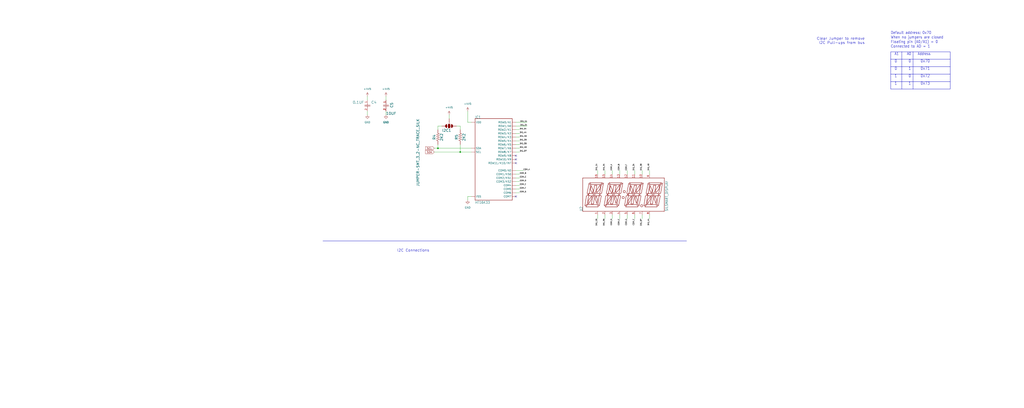
<source format=kicad_sch>
(kicad_sch (version 20240101) (generator "eeschema") (generator_version "8.99")
  (paper "User" 700.811 279.4)
  (lib_symbols
    (symbol "rps_v4.0.0_symbols_library:+4V5" (power) (pin_names (offset 0))
      (property "Value" "+4V5" (at 0 5.08 0))
      (symbol "+4V5_0_1"
        (polyline (pts (xy -0.762 1.27) (xy 0 2.54)))
        (polyline (pts (xy 0 0) (xy 0 2.54)))
        (polyline (pts (xy 0 2.54) (xy 0.762 1.27)))
      )
      (symbol "+4V5_1_1"
        (pin power_in line (at 0 0 90) (length 0) hide (name "+4V5") (number "1"))
      )
    )
    (symbol "rps_v4.0.0_symbols_library:CAP_0603_0.1UF" (pin_names (offset 0.254))
      (property "Reference" "C" (at 3.81 3.81 0))
      (property "Value" "0.1UF" (at 3.81 -3.81 0))
      (symbol "CAP_0603_0.1UF_1_1"
        (polyline (pts (xy 2.54 0) (xy 3.4798 0)) (stroke (width 0.2032)))
        (polyline (pts (xy 3.4798 -1.905) (xy 3.4798 1.905)) (stroke (width 0.2032)))
        (polyline (pts (xy 4.1148 -1.905) (xy 4.1148 1.905)) (stroke (width 0.2032)))
        (polyline (pts (xy 4.1148 0) (xy 5.08 0)) (stroke (width 0.2032)))
        (pin passive line (at 0 0 0) (length 2.54) (name "") (number "1"))
        (pin passive line (at 7.62 0 180) (length 2.54) (name "") (number "2"))
      )
      (symbol "CAP_0603_0.1UF_1_2"
        (polyline (pts (xy -1.905 -4.1148) (xy 1.905 -4.1148)) (stroke (width 0.2032)))
        (polyline (pts (xy -1.905 -3.4798) (xy 1.905 -3.4798)) (stroke (width 0.2032)))
        (polyline (pts (xy 0 -4.1148) (xy 0 -5.08)) (stroke (width 0.2032)))
        (polyline (pts (xy 0 -2.54) (xy 0 -3.4798)) (stroke (width 0.2032)))
        (pin unspecified line (at 0 0 270) (length 2.54) (name "") (number "1"))
        (pin unspecified line (at 0 -7.62 90) (length 2.54) (name "") (number "2"))
      )
    )
    (symbol "rps_v4.0.0_symbols_library:CAP_0603_10UF" (pin_names (offset 0.254))
      (property "Reference" "C" (at 3.81 3.81 0))
      (property "Value" "10UF" (at 3.81 -3.81 0))
      (symbol "CAP_0603_10UF_1_1"
        (polyline (pts (xy 2.54 0) (xy 3.4798 0)) (stroke (width 0.2032)))
        (polyline (pts (xy 3.4798 -1.905) (xy 3.4798 1.905)) (stroke (width 0.2032)))
        (polyline (pts (xy 4.1148 -1.905) (xy 4.1148 1.905)) (stroke (width 0.2032)))
        (polyline (pts (xy 4.1148 0) (xy 5.08 0)) (stroke (width 0.2032)))
        (pin passive line (at 0 0 0) (length 2.54) (name "") (number "1"))
        (pin passive line (at 7.62 0 180) (length 2.54) (name "") (number "2"))
      )
      (symbol "CAP_0603_10UF_1_2"
        (polyline (pts (xy -1.905 -4.1148) (xy 1.905 -4.1148)) (stroke (width 0.2032)))
        (polyline (pts (xy -1.905 -3.4798) (xy 1.905 -3.4798)) (stroke (width 0.2032)))
        (polyline (pts (xy 0 -4.1148) (xy 0 -5.08)) (stroke (width 0.2032)))
        (polyline (pts (xy 0 -2.54) (xy 0 -3.4798)) (stroke (width 0.2032)))
        (pin unspecified line (at 0 0 270) (length 2.54) (name "") (number "1"))
        (pin unspecified line (at 0 -7.62 90) (length 2.54) (name "") (number "2"))
      )
    )
    (symbol "rps_v4.0.0_symbols_library:GND" (power) (pin_names (offset 0))
      (property "Value" "GND" (at 0 -5.08 0))
      (symbol "GND_0_1"
        (polyline (pts (xy 0 0) (xy 0 -1.27) (xy 1.27 -1.27) (xy 0 -2.54) (xy -1.27 -1.27) (xy 0 -1.27)))
      )
      (symbol "GND_1_1"
        (pin power_in line (at 0 0 270) (length 0) hide (name "GND") (number "1"))
      )
    )
    (symbol "rps_v4.0.0_symbols_library:HT16K33"
      (property "Reference" "IC" (at -12.7 27.94 0))
      (symbol "HT16K33_1_0"
        (polyline (pts (xy -12.7 -27.94) (xy 12.7 -27.94)) (stroke (width 0.254)))
        (polyline (pts (xy -12.7 27.94) (xy -12.7 -27.94)) (stroke (width 0.254)))
        (polyline (pts (xy 12.7 -27.94) (xy 12.7 27.94)) (stroke (width 0.254)))
        (polyline (pts (xy 12.7 27.94) (xy -12.7 27.94)) (stroke (width 0.254)))
        (pin bidirectional line (at 15.24 -2.54 180) (length 2.54) (name "ROW11/K10/INT") (number "10"))
        (pin bidirectional line (at 15.24 20.32 180) (length 2.54) (name "ROW2/K1") (number "19"))
        (pin bidirectional line (at 15.24 17.78 180) (length 2.54) (name "ROW3/K2") (number "18"))
        (pin bidirectional line (at 15.24 15.24 180) (length 2.54) (name "ROW4/K3") (number "17"))
        (pin bidirectional line (at 15.24 12.7 180) (length 2.54) (name "ROW5/K4") (number "16"))
        (pin bidirectional line (at 15.24 7.62 180) (length 2.54) (name "ROW7/K6") (number "14"))
        (pin bidirectional line (at 15.24 5.08 180) (length 2.54) (name "ROW8/K7") (number "13"))
        (pin bidirectional line (at 15.24 2.54 180) (length 2.54) (name "ROW9/K8") (number "12"))
        (pin bidirectional line (at 15.24 0 180) (length 2.54) (name "ROW10/K9") (number "11"))
        (pin bidirectional line (at 15.24 10.16 180) (length 2.54) (name "ROW6/K5") (number "15"))
        (pin bidirectional line (at 15.24 -7.62 180) (length 2.54) (name "COM0/AD") (number "2"))
        (pin power_in line (at -15.24 -25.4 0) (length 2.54) (name "VSS") (number "1"))
        (pin bidirectional line (at 15.24 22.86 180) (length 2.54) (name "ROW1/A0") (number "20"))
        (pin bidirectional line (at 15.24 25.4 180) (length 2.54) (name "ROW0/A1") (number "21"))
        (pin bidirectional line (at 15.24 -10.16 180) (length 2.54) (name "COM1/KS0") (number "3"))
        (pin bidirectional line (at 15.24 -12.7 180) (length 2.54) (name "COM2/KS1") (number "4"))
        (pin bidirectional line (at 15.24 -15.24 180) (length 2.54) (name "COM3/KS2") (number "5"))
        (pin bidirectional line (at 15.24 -17.78 180) (length 2.54) (name "COM4") (number "6"))
        (pin bidirectional line (at 15.24 -20.32 180) (length 2.54) (name "COM5") (number "7"))
        (pin bidirectional line (at 15.24 -22.86 180) (length 2.54) (name "COM6") (number "8"))
        (pin bidirectional line (at 15.24 -25.4 180) (length 2.54) (name "COM7") (number "9"))
        (pin power_in line (at -15.24 25.4 0) (length 2.54) (name "VDD") (number "24"))
        (pin bidirectional line (at -15.24 7.62 0) (length 2.54) (name "SDA") (number "23"))
        (pin bidirectional line (at -15.24 5.08 0) (length 2.54) (name "SCL") (number "22"))
      )
    )
    (symbol "rps_v4.0.0_symbols_library:JUMPER-SMT_3_2-NC_TRACE_SILK"
      (property "Reference" "JP" (at 2.54 0.381 0))
      (symbol "JUMPER-SMT_3_2-NC_TRACE_SILK_1_0"
        (arc (start -1.27 -1.397) (mid 0 -2.6615) (end 1.27 -1.397) (stroke (width 0.0001)) (fill (type outline)))
        (rectangle (start -1.27 -0.635) (end 1.27 0.635) (fill (type outline)))
        (polyline (pts (xy -2.54 0) (xy -1.27 0)) (stroke (width 0.1524)))
        (polyline (pts (xy -1.27 -0.635) (xy -1.27 0)) (stroke (width 0.1524)))
        (polyline (pts (xy -1.27 0) (xy -1.27 0.635)) (stroke (width 0.1524)))
        (polyline (pts (xy -1.27 0.635) (xy 1.27 0.635)) (stroke (width 0.1524)))
        (polyline (pts (xy 0 2.032) (xy 0 -1.778)) (stroke (width 0.254)))
        (polyline (pts (xy 1.27 -0.635) (xy -1.27 -0.635)) (stroke (width 0.1524)))
        (polyline (pts (xy 1.27 0.635) (xy 1.27 -0.635)) (stroke (width 0.1524)))
        (arc (start 0 2.667) (mid -0.898 2.295) (end -1.27 1.397) (stroke (width 0.0001)) (fill (type outline)))
        (arc (start 1.27 1.397) (mid 0.898 2.295) (end 0 2.667) (stroke (width 0.0001)) (fill (type outline)))
        (pin passive line (at 0 5.08 270) (length 2.54) (name "1") (number "1"))
        (pin passive line (at -5.08 0 0) (length 2.54) (name "2") (number "2"))
        (pin passive line (at 0 -5.08 90) (length 2.54) (name "3") (number "3"))
      )
    )
    (symbol "rps_v4.0.0_symbols_library:R-0603"
      (property "Reference" "R" (at 0 1.524 0))
      (property "Value" "~" (at 0 -1.524 0))
      (symbol "R-0603_1_0"
        (polyline (pts (xy -2.54 0) (xy -2.159 1.016)) (stroke (width 0.1524)))
        (polyline (pts (xy -2.159 1.016) (xy -1.524 -1.016)) (stroke (width 0.1524)))
        (polyline (pts (xy -1.524 -1.016) (xy -0.889 1.016)) (stroke (width 0.1524)))
        (polyline (pts (xy -0.889 1.016) (xy -0.254 -1.016)) (stroke (width 0.1524)))
        (polyline (pts (xy -0.254 -1.016) (xy 0.381 1.016)) (stroke (width 0.1524)))
        (polyline (pts (xy 0.381 1.016) (xy 1.016 -1.016)) (stroke (width 0.1524)))
        (polyline (pts (xy 1.016 -1.016) (xy 1.651 1.016)) (stroke (width 0.1524)))
        (polyline (pts (xy 1.651 1.016) (xy 2.286 -1.016)) (stroke (width 0.1524)))
        (polyline (pts (xy 2.286 -1.016) (xy 2.54 0)) (stroke (width 0.1524)))
        (pin passive line (at -5.08 0 0) (length 2.54) (name "1") (number "1"))
        (pin passive line (at 5.08 0 180) (length 2.54) (name "2") (number "2"))
      )
    )
    (symbol "rps_v4.0.0_symbols_library:SILSMART_DISPLAY"
      (property "Reference" "U" (at -27.94 -12.7 90))
      (symbol "SILSMART_DISPLAY_1_0"
        (polyline (pts (xy 3.556 6.35) (xy 4.572 5.334)) (stroke (width 0.254)))
        (polyline (pts (xy 21.336 0.508) (xy 20.32 -0.508)) (stroke (width 0.254)))
        (polyline (pts (xy 5.08 4.826) (xy 6.35 1.778)) (stroke (width 0.254)))
        (polyline (pts (xy 2.794 -1.524) (xy 1.778 -2.286)) (stroke (width 0.254)))
        (polyline (pts (xy 4.064 6.858) (xy 12.7 6.858)) (stroke (width 0.254)))
        (polyline (pts (xy 10.922 -0.254) (xy 11.938 5.334)) (stroke (width 0.254)))
        (polyline (pts (xy 3.048 -1.27) (xy 3.81 -0.508)) (stroke (width 0.254)))
        (polyline (pts (xy 3.302 -7.62) (xy 5.08 -4.572)) (stroke (width 0.254)))
        (polyline (pts (xy 3.302 -5.08) (xy 3.048 -7.366)) (stroke (width 0.254)))
        (polyline (pts (xy 3.302 -2.032) (xy 2.794 -1.524)) (stroke (width 0.254)))
        (polyline (pts (xy 2.286 -7.874) (xy 3.302 -2.032)) (stroke (width 0.254)))
        (polyline (pts (xy 6.604 0.508) (xy 7.366 5.08)) (stroke (width 0.254)))
        (polyline (pts (xy 6.858 -1.778) (xy 6.096 -3.048)) (stroke (width 0.254)))
        (polyline (pts (xy 3.81 0) (xy 2.794 -1.016)) (stroke (width 0.254)))
        (polyline (pts (xy 2.794 -1.016) (xy 2.286 -0.254)) (stroke (width 0.254)))
        (polyline (pts (xy 11.43 5.08) (xy 10.922 5.08)) (stroke (width 0.254)))
        (polyline (pts (xy 10.414 -2.54) (xy 11.176 -1.524)) (stroke (width 0.254)))
        (polyline (pts (xy 10.414 -0.508) (xy 10.922 -1.27)) (stroke (width 0.254)))
        (polyline (pts (xy 10.668 -8.636) (xy 10.414 -8.89)) (stroke (width 0.254)))
        (polyline (pts (xy 10.922 -1.27) (xy 10.16 -2.032)) (stroke (width 0.254)))
        (polyline (pts (xy 9.906 -9.398) (xy 9.652 -9.652)) (stroke (width 0.254)))
        (polyline (pts (xy -9.906 6.858) (xy -1.27 6.858)) (stroke (width 0.254)))
        (polyline (pts (xy 10.414 -8.89) (xy 9.652 -7.62)) (stroke (width 0.254)))
        (polyline (pts (xy 8.89 5.08) (xy 8.128 0.508)) (stroke (width 0.254)))
        (polyline (pts (xy 9.144 -8.128) (xy 9.906 -9.398)) (stroke (width 0.254)))
        (polyline (pts (xy 9.144 0.254) (xy 10.922 2.286)) (stroke (width 0.254)))
        (circle (center 12.446 -8.89) (radius 0.762) (stroke (width 0.254)))
        (polyline (pts (xy 9.398 -4.826) (xy 8.636 -2.54)) (stroke (width 0.254)))
        (polyline (pts (xy 9.652 -9.652) (xy 1.524 -9.652)) (stroke (width 0.254)))
        (polyline (pts (xy 9.652 -7.62) (xy 10.414 -2.54)) (stroke (width 0.254)))
        (polyline (pts (xy 6.096 -3.048) (xy 5.08 -7.62)) (stroke (width 0.254)))
        (polyline (pts (xy 7.874 -4.318) (xy 8.89 -7.366)) (stroke (width 0.254)))
        (polyline (pts (xy -5.842 0.508) (xy -6.858 -0.508)) (stroke (width 0.254)))
        (polyline (pts (xy -6.096 -0.508) (xy -3.556 -0.508)) (stroke (width 0.254)))
        (polyline (pts (xy 5.588 0) (xy 4.572 2.286)) (stroke (width 0.254)))
        (polyline (pts (xy 1.016 -8.89) (xy 2.286 -7.874)) (stroke (width 0.254)))
        (polyline (pts (xy 1.524 -9.652) (xy 1.524 -9.398)) (stroke (width 0.254)))
        (polyline (pts (xy 1.524 -9.398) (xy 2.54 -8.128)) (stroke (width 0.254)))
        (polyline (pts (xy 1.778 -2.286) (xy 0.762 -8.636)) (stroke (width 0.254)))
        (polyline (pts (xy 21.336 -2.54) (xy 21.082 -4.318)) (stroke (width 0.254)))
        (polyline (pts (xy -2.54 5.08) (xy -3.048 5.08)) (stroke (width 0.254)))
        (polyline (pts (xy -6.604 -2.794) (xy -7.112 -1.778)) (stroke (width 0.254)))
        (polyline (pts (xy -17.272 -9.398) (xy -17.526 -9.652)) (stroke (width 0.254)))
        (polyline (pts (xy -3.048 2.286) (xy -2.54 5.08)) (stroke (width 0.254)))
        (polyline (pts (xy -7.112 -1.778) (xy -7.874 -3.048)) (stroke (width 0.254)))
        (polyline (pts (xy 20.574 5.08) (xy 22.098 5.08)) (stroke (width 0.254)))
        (polyline (pts (xy 20.828 -2.032) (xy 20.574 -1.27)) (stroke (width 0.254)))
        (polyline (pts (xy 21.082 -4.318) (xy 22.098 -7.366)) (stroke (width 0.254)))
        (polyline (pts (xy 21.082 -0.508) (xy 23.622 -0.508)) (stroke (width 0.254)))
        (circle (center -0.254 -3.302) (radius 0.762) (stroke (width 0.254)))
        (polyline (pts (xy -2.54 5.588) (xy -8.89 5.588)) (stroke (width 0.254)))
        (polyline (pts (xy -5.334 0.254) (xy -4.826 0.254)) (stroke (width 0.254)))
        (polyline (pts (xy -5.842 -2.54) (xy -6.096 -4.318)) (stroke (width 0.254)))
        (polyline (pts (xy -7.366 0.508) (xy -6.604 5.08)) (stroke (width 0.254)))
        (polyline (pts (xy 27.94 10.16) (xy 27.94 -12.7)) (stroke (width 0.254)))
        (polyline (pts (xy 23.622 -2.54) (xy 24.384 -1.524)) (stroke (width 0.254)))
        (polyline (pts (xy -5.334 -2.54) (xy -5.842 -2.54)) (stroke (width 0.254)))
        (polyline (pts (xy 22.352 -8.128) (xy 23.114 -9.398)) (stroke (width 0.254)))
        (polyline (pts (xy 22.352 0.254) (xy 24.13 2.286)) (stroke (width 0.254)))
        (polyline (pts (xy 22.606 -4.826) (xy 21.844 -2.54)) (stroke (width 0.254)))
        (polyline (pts (xy -6.604 -1.27) (xy -6.096 -0.508)) (stroke (width 0.254)))
        (polyline (pts (xy 2.286 -0.254) (xy 3.556 6.35)) (stroke (width 0.254)))
        (polyline (pts (xy 2.54 -8.128) (xy 9.144 -8.128)) (stroke (width 0.254)))
        (polyline (pts (xy 21.844 -2.54) (xy 21.336 -2.54)) (stroke (width 0.254)))
        (polyline (pts (xy -0.508 6.604) (xy -1.778 -0.254)) (stroke (width 0.254)))
        (polyline (pts (xy 14.224 -8.89) (xy 15.494 -7.874)) (stroke (width 0.254)))
        (polyline (pts (xy 14.732 -9.652) (xy 14.732 -9.398)) (stroke (width 0.254)))
        (polyline (pts (xy -6.096 -4.318) (xy -5.08 -7.366)) (stroke (width 0.254)))
        (polyline (pts (xy -6.35 -2.032) (xy -6.604 -1.27)) (stroke (width 0.254)))
        (polyline (pts (xy -6.604 5.08) (xy -5.08 5.08)) (stroke (width 0.254)))
        (polyline (pts (xy 10.16 -2.032) (xy 7.62 -2.032)) (stroke (width 0.254)))
        (polyline (pts (xy 21.844 0.254) (xy 22.352 0.254)) (stroke (width 0.254)))
        (polyline (pts (xy -2.794 -1.524) (xy -2.032 -2.286)) (stroke (width 0.254)))
        (polyline (pts (xy 22.098 2.032) (xy 21.844 0.254)) (stroke (width 0.254)))
        (polyline (pts (xy 8.89 2.032) (xy 8.636 0.254)) (stroke (width 0.254)))
        (polyline (pts (xy -1.27 6.858) (xy -2.54 5.588)) (stroke (width 0.254)))
        (polyline (pts (xy -1.778 -0.254) (xy -2.54 -0.762)) (stroke (width 0.254)))
        (polyline (pts (xy -2.032 5.334) (xy -0.508 6.604)) (stroke (width 0.254)))
        (polyline (pts (xy -2.032 -2.286) (xy -3.302 -8.636)) (stroke (width 0.254)))
        (polyline (pts (xy -19.05 -2.54) (xy -19.304 -4.318)) (stroke (width 0.254)))
        (polyline (pts (xy -17.018 -2.032) (xy -19.558 -2.032)) (stroke (width 0.254)))
        (polyline (pts (xy 5.08 5.588) (xy 4.064 6.858)) (stroke (width 0.254)))
        (polyline (pts (xy 5.588 -2.54) (xy 5.08 -2.54)) (stroke (width 0.254)))
        (polyline (pts (xy 3.048 -7.366) (xy 3.302 -7.62)) (stroke (width 0.254)))
        (polyline (pts (xy 6.096 0) (xy 5.588 0)) (stroke (width 0.254)))
        (polyline (pts (xy 6.35 -0.508) (xy 6.604 -1.016)) (stroke (width 0.254)))
        (polyline (pts (xy 6.35 1.778) (xy 6.096 0)) (stroke (width 0.254)))
        (polyline (pts (xy 6.604 -7.62) (xy 7.366 -2.794)) (stroke (width 0.254)))
        (polyline (pts (xy -17.526 -7.62) (xy -16.764 -2.54)) (stroke (width 0.254)))
        (polyline (pts (xy 11.43 -0.762) (xy 10.922 -0.254)) (stroke (width 0.254)))
        (polyline (pts (xy -20.574 0.508) (xy -19.812 5.08)) (stroke (width 0.254)))
        (polyline (pts (xy -16.764 -8.89) (xy -17.526 -7.62)) (stroke (width 0.254)))
        (polyline (pts (xy -16.764 -2.54) (xy -16.002 -1.524)) (stroke (width 0.254)))
        (polyline (pts (xy -16.764 -0.508) (xy -16.256 -1.27)) (stroke (width 0.254)))
        (polyline (pts (xy -16.51 -8.636) (xy -16.764 -8.89)) (stroke (width 0.254)))
        (polyline (pts (xy -16.256 -1.27) (xy -17.018 -2.032)) (stroke (width 0.254)))
        (polyline (pts (xy -17.526 -9.652) (xy -25.654 -9.652)) (stroke (width 0.254)))
        (polyline (pts (xy -22.098 4.826) (xy -20.828 1.778)) (stroke (width 0.254)))
        (polyline (pts (xy -18.034 0.254) (xy -16.256 2.286)) (stroke (width 0.254)))
        (polyline (pts (xy 5.08 -2.54) (xy 3.302 -5.08)) (stroke (width 0.254)))
        (polyline (pts (xy -16.002 -1.524) (xy -15.24 -2.286)) (stroke (width 0.254)))
        (polyline (pts (xy -20.574 -1.016) (xy -21.082 -2.032)) (stroke (width 0.254)))
        (polyline (pts (xy -18.542 -2.54) (xy -19.05 -2.54)) (stroke (width 0.254)))
        (polyline (pts (xy -18.542 0.254) (xy -18.034 0.254)) (stroke (width 0.254)))
        (polyline (pts (xy -18.288 -7.366) (xy -17.78 -4.826)) (stroke (width 0.254)))
        (polyline (pts (xy -18.288 2.032) (xy -18.542 0.254)) (stroke (width 0.254)))
        (polyline (pts (xy -18.288 5.08) (xy -19.05 0.508)) (stroke (width 0.254)))
        (polyline (pts (xy 3.81 -2.032) (xy 3.048 -1.27)) (stroke (width 0.254)))
        (polyline (pts (xy -17.78 -4.826) (xy -18.542 -2.54)) (stroke (width 0.254)))
        (polyline (pts (xy -26.416 -8.636) (xy -26.162 -8.89)) (stroke (width 0.254)))
        (polyline (pts (xy -15.748 5.08) (xy -16.256 5.08)) (stroke (width 0.254)))
        (polyline (pts (xy 8.636 0.254) (xy 9.144 0.254)) (stroke (width 0.254)))
        (polyline (pts (xy -3.048 5.08) (xy -5.08 2.032)) (stroke (width 0.254)))
        (polyline (pts (xy 0.762 -8.636) (xy 1.016 -8.89)) (stroke (width 0.254)))
        (polyline (pts (xy -24.892 -7.874) (xy -23.876 -2.032)) (stroke (width 0.254)))
        (polyline (pts (xy 6.096 -2.032) (xy 3.81 -2.032)) (stroke (width 0.254)))
        (polyline (pts (xy 4.572 5.334) (xy 3.81 0)) (stroke (width 0.254)))
        (polyline (pts (xy -18.034 -8.128) (xy -17.272 -9.398)) (stroke (width 0.254)))
        (polyline (pts (xy -20.32 -1.778) (xy -21.082 -3.048)) (stroke (width 0.254)))
        (polyline (pts (xy 5.08 -4.572) (xy 5.588 -2.54)) (stroke (width 0.254)))
        (polyline (pts (xy 7.366 5.08) (xy 8.89 5.08)) (stroke (width 0.254)))
        (polyline (pts (xy 7.112 -0.508) (xy 6.604 0.508)) (stroke (width 0.254)))
        (polyline (pts (xy 7.366 -2.794) (xy 6.858 -1.778)) (stroke (width 0.254)))
        (polyline (pts (xy 11.43 5.588) (xy 5.08 5.588)) (stroke (width 0.254)))
        (polyline (pts (xy 11.938 -2.286) (xy 10.668 -8.636)) (stroke (width 0.254)))
        (polyline (pts (xy 11.938 5.334) (xy 13.462 6.604)) (stroke (width 0.254)))
        (polyline (pts (xy 12.192 -0.254) (xy 11.43 -0.762)) (stroke (width 0.254)))
        (polyline (pts (xy 11.176 -1.524) (xy 11.938 -2.286)) (stroke (width 0.254)))
        (polyline (pts (xy -19.05 0.508) (xy -20.066 -0.508)) (stroke (width 0.254)))
        (polyline (pts (xy -15.748 -0.762) (xy -16.256 -0.254)) (stroke (width 0.254)))
        (polyline (pts (xy 10.922 5.08) (xy 8.89 2.032)) (stroke (width 0.254)))
        (polyline (pts (xy 7.62 -2.032) (xy 7.366 -1.27)) (stroke (width 0.254)))
        (polyline (pts (xy 6.604 -1.016) (xy 6.096 -2.032)) (stroke (width 0.254)))
        (polyline (pts (xy 7.874 -0.508) (xy 10.414 -0.508)) (stroke (width 0.254)))
        (polyline (pts (xy 8.128 -2.54) (xy 7.874 -4.318)) (stroke (width 0.254)))
        (polyline (pts (xy 8.128 0.508) (xy 7.112 -0.508)) (stroke (width 0.254)))
        (polyline (pts (xy 7.366 -1.27) (xy 7.874 -0.508)) (stroke (width 0.254)))
        (polyline (pts (xy 10.922 2.286) (xy 11.43 5.08)) (stroke (width 0.254)))
        (circle (center 0.508 0.762) (radius 0.762) (stroke (width 0.254)))
        (polyline (pts (xy -19.812 -2.794) (xy -20.32 -1.778)) (stroke (width 0.254)))
        (polyline (pts (xy -16.256 5.08) (xy -18.288 2.032)) (stroke (width 0.254)))
        (polyline (pts (xy -15.24 -2.286) (xy -16.51 -8.636)) (stroke (width 0.254)))
        (polyline (pts (xy -15.24 5.334) (xy -13.716 6.604)) (stroke (width 0.254)))
        (polyline (pts (xy -14.986 -0.254) (xy -15.748 -0.762)) (stroke (width 0.254)))
        (polyline (pts (xy -16.256 -0.254) (xy -15.24 5.334)) (stroke (width 0.254)))
        (polyline (pts (xy -16.256 2.286) (xy -15.748 5.08)) (stroke (width 0.254)))
        (polyline (pts (xy 5.08 -7.62) (xy 6.604 -7.62)) (stroke (width 0.254)))
        (polyline (pts (xy 8.636 -2.54) (xy 8.128 -2.54)) (stroke (width 0.254)))
        (polyline (pts (xy -20.066 -0.508) (xy -20.574 0.508)) (stroke (width 0.254)))
        (polyline (pts (xy 23.114 -9.398) (xy 22.86 -9.652)) (stroke (width 0.254)))
        (polyline (pts (xy -19.812 -1.27) (xy -19.304 -0.508)) (stroke (width 0.254)))
        (polyline (pts (xy -19.812 5.08) (xy -18.288 5.08)) (stroke (width 0.254)))
        (polyline (pts (xy -19.558 -2.032) (xy -19.812 -1.27)) (stroke (width 0.254)))
        (polyline (pts (xy -19.304 -4.318) (xy -18.288 -7.366)) (stroke (width 0.254)))
        (polyline (pts (xy -19.304 -0.508) (xy -16.764 -0.508)) (stroke (width 0.254)))
        (polyline (pts (xy -15.748 5.588) (xy -22.098 5.588)) (stroke (width 0.254)))
        (polyline (pts (xy -24.13 -7.366) (xy -23.876 -7.62)) (stroke (width 0.254)))
        (polyline (pts (xy -24.13 -1.27) (xy -23.368 -0.508)) (stroke (width 0.254)))
        (polyline (pts (xy 3.81 -0.508) (xy 6.35 -0.508)) (stroke (width 0.254)))
        (polyline (pts (xy 17.018 -0.508) (xy 19.558 -0.508)) (stroke (width 0.254)))
        (polyline (pts (xy -24.638 -8.128) (xy -18.034 -8.128)) (stroke (width 0.254)))
        (polyline (pts (xy -14.478 6.858) (xy -15.748 5.588)) (stroke (width 0.254)))
        (polyline (pts (xy -20.574 -7.62) (xy -19.812 -2.794)) (stroke (width 0.254)))
        (polyline (pts (xy -20.828 1.778) (xy -21.082 0)) (stroke (width 0.254)))
        (polyline (pts (xy -20.828 -0.508) (xy -20.574 -1.016)) (stroke (width 0.254)))
        (polyline (pts (xy -21.082 0) (xy -21.59 0)) (stroke (width 0.254)))
        (polyline (pts (xy -25.654 -9.652) (xy -25.654 -9.398)) (stroke (width 0.254)))
        (polyline (pts (xy 18.288 -2.54) (xy 16.51 -5.08)) (stroke (width 0.254)))
        (polyline (pts (xy -27.94 10.16) (xy 27.94 10.16)) (stroke (width 0.254)))
        (polyline (pts (xy 17.018 0) (xy 16.002 -1.016)) (stroke (width 0.254)))
        (polyline (pts (xy 17.272 6.858) (xy 25.908 6.858)) (stroke (width 0.254)))
        (polyline (pts (xy 16.256 -7.366) (xy 16.51 -7.62)) (stroke (width 0.254)))
        (polyline (pts (xy 16.256 -1.27) (xy 17.018 -0.508)) (stroke (width 0.254)))
        (polyline (pts (xy 23.622 -0.508) (xy 24.13 -1.27)) (stroke (width 0.254)))
        (polyline (pts (xy 23.876 -8.636) (xy 23.622 -8.89)) (stroke (width 0.254)))
        (polyline (pts (xy 24.13 -1.27) (xy 23.368 -2.032)) (stroke (width 0.254)))
        (polyline (pts (xy 19.558 -0.508) (xy 19.812 -1.016)) (stroke (width 0.254)))
        (polyline (pts (xy -22.606 2.286) (xy -22.098 4.826)) (stroke (width 0.254)))
        (polyline (pts (xy 17.018 -2.032) (xy 16.256 -1.27)) (stroke (width 0.254)))
        (polyline (pts (xy -24.384 -1.524) (xy -25.4 -2.286)) (stroke (width 0.254)))
        (polyline (pts (xy 18.288 5.588) (xy 17.272 6.858)) (stroke (width 0.254)))
        (polyline (pts (xy 18.796 -2.54) (xy 18.288 -2.54)) (stroke (width 0.254)))
        (polyline (pts (xy -23.368 -0.508) (xy -20.828 -0.508)) (stroke (width 0.254)))
        (polyline (pts (xy -23.876 -2.032) (xy -24.384 -1.524)) (stroke (width 0.254)))
        (polyline (pts (xy -23.876 -5.08) (xy -24.13 -7.366)) (stroke (width 0.254)))
        (polyline (pts (xy -23.876 -7.62) (xy -22.098 -4.572)) (stroke (width 0.254)))
        (polyline (pts (xy -26.162 -8.89) (xy -24.892 -7.874)) (stroke (width 0.254)))
        (polyline (pts (xy -7.874 0) (xy -8.382 0)) (stroke (width 0.254)))
        (polyline (pts (xy -24.384 -1.016) (xy -24.892 -0.254)) (stroke (width 0.254)))
        (polyline (pts (xy -24.892 -0.254) (xy -23.622 6.35)) (stroke (width 0.254)))
        (polyline (pts (xy -23.368 0) (xy -24.384 -1.016)) (stroke (width 0.254)))
        (polyline (pts (xy -23.368 -2.032) (xy -24.13 -1.27)) (stroke (width 0.254)))
        (polyline (pts (xy -23.622 6.35) (xy -22.606 5.334)) (stroke (width 0.254)))
        (polyline (pts (xy -25.4 -2.286) (xy -26.416 -8.636)) (stroke (width 0.254)))
        (polyline (pts (xy -21.082 -2.032) (xy -23.368 -2.032)) (stroke (width 0.254)))
        (polyline (pts (xy 16.51 -5.08) (xy 16.256 -7.366)) (stroke (width 0.254)))
        (polyline (pts (xy 24.13 2.286) (xy 24.638 5.08)) (stroke (width 0.254)))
        (polyline (pts (xy 25.908 6.858) (xy 24.638 5.588)) (stroke (width 0.254)))
        (polyline (pts (xy 19.812 -7.62) (xy 20.574 -2.794)) (stroke (width 0.254)))
        (polyline (pts (xy 19.812 -1.016) (xy 19.304 -2.032)) (stroke (width 0.254)))
        (polyline (pts (xy 19.812 0.508) (xy 20.574 5.08)) (stroke (width 0.254)))
        (polyline (pts (xy 20.066 -1.778) (xy 19.304 -3.048)) (stroke (width 0.254)))
        (polyline (pts (xy 20.574 -1.27) (xy 21.082 -0.508)) (stroke (width 0.254)))
        (polyline (pts (xy 19.304 0) (xy 18.796 0)) (stroke (width 0.254)))
        (polyline (pts (xy 16.764 6.35) (xy 17.78 5.334)) (stroke (width 0.254)))
        (polyline (pts (xy 25.146 5.334) (xy 26.67 6.604)) (stroke (width 0.254)))
        (polyline (pts (xy 14.986 -2.286) (xy 13.97 -8.636)) (stroke (width 0.254)))
        (polyline (pts (xy 18.288 -4.572) (xy 18.796 -2.54)) (stroke (width 0.254)))
        (polyline (pts (xy 15.494 -0.254) (xy 16.764 6.35)) (stroke (width 0.254)))
        (polyline (pts (xy 15.748 -8.128) (xy 22.352 -8.128)) (stroke (width 0.254)))
        (polyline (pts (xy 16.002 -1.524) (xy 14.986 -2.286)) (stroke (width 0.254)))
        (polyline (pts (xy 16.002 -1.016) (xy 15.494 -0.254)) (stroke (width 0.254)))
        (polyline (pts (xy 20.32 -0.508) (xy 19.812 0.508)) (stroke (width 0.254)))
        (polyline (pts (xy 20.574 -2.794) (xy 20.066 -1.778)) (stroke (width 0.254)))
        (polyline (pts (xy 18.288 -7.62) (xy 19.812 -7.62)) (stroke (width 0.254)))
        (polyline (pts (xy 25.4 -0.254) (xy 24.638 -0.762)) (stroke (width 0.254)))
        (polyline (pts (xy 16.51 -2.032) (xy 16.002 -1.524)) (stroke (width 0.254)))
        (polyline (pts (xy 26.67 6.604) (xy 25.4 -0.254)) (stroke (width 0.254)))
        (polyline (pts (xy 18.796 0) (xy 17.78 2.286)) (stroke (width 0.254)))
        (polyline (pts (xy 24.384 -1.524) (xy 25.146 -2.286)) (stroke (width 0.254)))
        (polyline (pts (xy 16.51 -7.62) (xy 18.288 -4.572)) (stroke (width 0.254)))
        (polyline (pts (xy 24.638 5.08) (xy 24.13 5.08)) (stroke (width 0.254)))
        (polyline (pts (xy 24.638 5.588) (xy 18.288 5.588)) (stroke (width 0.254)))
        (polyline (pts (xy 25.146 -2.286) (xy 23.876 -8.636)) (stroke (width 0.254)))
        (polyline (pts (xy 24.13 -0.254) (xy 25.146 5.334)) (stroke (width 0.254)))
        (polyline (pts (xy -12.446 -9.652) (xy -12.446 -9.398)) (stroke (width 0.254)))
        (polyline (pts (xy 15.494 -7.874) (xy 16.51 -2.032)) (stroke (width 0.254)))
        (polyline (pts (xy 18.288 4.826) (xy 19.558 1.778)) (stroke (width 0.254)))
        (polyline (pts (xy 27.94 -12.7) (xy -27.94 -12.7)) (stroke (width 0.254)))
        (polyline (pts (xy 24.638 -0.762) (xy 24.13 -0.254)) (stroke (width 0.254)))
        (polyline (pts (xy 24.13 5.08) (xy 22.098 2.032)) (stroke (width 0.254)))
        (polyline (pts (xy 19.304 -3.048) (xy 18.288 -7.62)) (stroke (width 0.254)))
        (polyline (pts (xy 19.304 -2.032) (xy 17.018 -2.032)) (stroke (width 0.254)))
        (polyline (pts (xy 23.368 -2.032) (xy 20.828 -2.032)) (stroke (width 0.254)))
        (polyline (pts (xy -3.556 -2.54) (xy -2.794 -1.524)) (stroke (width 0.254)))
        (polyline (pts (xy -6.858 -0.508) (xy -7.366 0.508)) (stroke (width 0.254)))
        (polyline (pts (xy -8.89 -7.62) (xy -7.366 -7.62)) (stroke (width 0.254)))
        (polyline (pts (xy -9.398 2.286) (xy -8.89 4.826)) (stroke (width 0.254)))
        (polyline (pts (xy -7.874 -3.048) (xy -8.89 -7.62)) (stroke (width 0.254)))
        (polyline (pts (xy -3.81 -2.032) (xy -6.35 -2.032)) (stroke (width 0.254)))
        (polyline (pts (xy -13.716 6.604) (xy -14.986 -0.254)) (stroke (width 0.254)))
        (polyline (pts (xy 4.572 2.286) (xy 5.08 4.826)) (stroke (width 0.254)))
        (polyline (pts (xy -8.89 4.826) (xy -7.62 1.778)) (stroke (width 0.254)))
        (polyline (pts (xy -8.89 -2.54) (xy -10.668 -5.08)) (stroke (width 0.254)))
        (polyline (pts (xy -7.62 1.778) (xy -7.874 0)) (stroke (width 0.254)))
        (polyline (pts (xy 13.462 6.604) (xy 12.192 -0.254)) (stroke (width 0.254)))
        (polyline (pts (xy -9.398 5.334) (xy -10.16 0)) (stroke (width 0.254)))
        (polyline (pts (xy -3.048 -0.254) (xy -2.032 5.334)) (stroke (width 0.254)))
        (polyline (pts (xy 8.89 -7.366) (xy 9.398 -4.826)) (stroke (width 0.254)))
        (polyline (pts (xy -8.382 0) (xy -9.398 2.286)) (stroke (width 0.254)))
        (polyline (pts (xy -7.874 -2.032) (xy -10.16 -2.032)) (stroke (width 0.254)))
        (polyline (pts (xy -3.048 -1.27) (xy -3.81 -2.032)) (stroke (width 0.254)))
        (polyline (pts (xy -3.302 -8.636) (xy -3.556 -8.89)) (stroke (width 0.254)))
        (polyline (pts (xy -3.556 -0.508) (xy -3.048 -1.27)) (stroke (width 0.254)))
        (polyline (pts (xy 22.86 -7.62) (xy 23.622 -2.54)) (stroke (width 0.254)))
        (polyline (pts (xy -4.826 0.254) (xy -3.048 2.286)) (stroke (width 0.254)))
        (polyline (pts (xy -7.62 -0.508) (xy -7.366 -1.016)) (stroke (width 0.254)))
        (polyline (pts (xy -2.54 -0.762) (xy -3.048 -0.254)) (stroke (width 0.254)))
        (polyline (pts (xy -25.654 -9.398) (xy -24.638 -8.128)) (stroke (width 0.254)))
        (polyline (pts (xy -4.826 -8.128) (xy -4.064 -9.398)) (stroke (width 0.254)))
        (polyline (pts (xy 23.622 -8.89) (xy 22.86 -7.62)) (stroke (width 0.254)))
        (polyline (pts (xy -5.08 5.08) (xy -5.842 0.508)) (stroke (width 0.254)))
        (polyline (pts (xy -5.08 2.032) (xy -5.334 0.254)) (stroke (width 0.254)))
        (polyline (pts (xy -5.08 -7.366) (xy -4.572 -4.826)) (stroke (width 0.254)))
        (polyline (pts (xy -8.89 -4.572) (xy -8.382 -2.54)) (stroke (width 0.254)))
        (polyline (pts (xy 22.098 5.08) (xy 21.336 0.508)) (stroke (width 0.254)))
        (polyline (pts (xy -10.16 0) (xy -11.176 -1.016)) (stroke (width 0.254)))
        (polyline (pts (xy -3.556 -8.89) (xy -4.318 -7.62)) (stroke (width 0.254)))
        (polyline (pts (xy 13.97 -8.636) (xy 14.224 -8.89)) (stroke (width 0.254)))
        (polyline (pts (xy -13.208 -8.636) (xy -12.954 -8.89)) (stroke (width 0.254)))
        (polyline (pts (xy -8.89 5.588) (xy -9.906 6.858)) (stroke (width 0.254)))
        (polyline (pts (xy -7.366 -1.016) (xy -7.874 -2.032)) (stroke (width 0.254)))
        (polyline (pts (xy -7.366 -7.62) (xy -6.604 -2.794)) (stroke (width 0.254)))
        (polyline (pts (xy -11.176 -1.524) (xy -12.192 -2.286)) (stroke (width 0.254)))
        (polyline (pts (xy -23.114 6.858) (xy -14.478 6.858)) (stroke (width 0.254)))
        (polyline (pts (xy -21.59 0) (xy -22.606 2.286)) (stroke (width 0.254)))
        (polyline (pts (xy -27.94 -12.7) (xy -27.94 10.16)) (stroke (width 0.254)))
        (polyline (pts (xy -22.098 5.588) (xy -23.114 6.858)) (stroke (width 0.254)))
        (polyline (pts (xy -11.176 -1.016) (xy -11.684 -0.254)) (stroke (width 0.254)))
        (polyline (pts (xy -22.098 -2.54) (xy -23.876 -5.08)) (stroke (width 0.254)))
        (polyline (pts (xy -22.098 -4.572) (xy -21.59 -2.54)) (stroke (width 0.254)))
        (polyline (pts (xy -22.098 -7.62) (xy -20.574 -7.62)) (stroke (width 0.254)))
        (polyline (pts (xy -10.922 -7.366) (xy -10.668 -7.62)) (stroke (width 0.254)))
        (polyline (pts (xy -8.382 -2.54) (xy -8.89 -2.54)) (stroke (width 0.254)))
        (polyline (pts (xy -21.082 -3.048) (xy -22.098 -7.62)) (stroke (width 0.254)))
        (polyline (pts (xy 14.732 -9.398) (xy 15.748 -8.128)) (stroke (width 0.254)))
        (polyline (pts (xy -21.59 -2.54) (xy -22.098 -2.54)) (stroke (width 0.254)))
        (polyline (pts (xy -4.064 -9.398) (xy -4.318 -9.652)) (stroke (width 0.254)))
        (polyline (pts (xy -4.318 -7.62) (xy -3.556 -2.54)) (stroke (width 0.254)))
        (polyline (pts (xy -4.318 -9.652) (xy -12.446 -9.652)) (stroke (width 0.254)))
        (polyline (pts (xy 17.78 2.286) (xy 18.288 4.826)) (stroke (width 0.254)))
        (polyline (pts (xy 17.78 5.334) (xy 17.018 0)) (stroke (width 0.254)))
        (polyline (pts (xy 19.558 1.778) (xy 19.304 0)) (stroke (width 0.254)))
        (polyline (pts (xy -10.16 -0.508) (xy -7.62 -0.508)) (stroke (width 0.254)))
        (polyline (pts (xy -10.16 -2.032) (xy -10.922 -1.27)) (stroke (width 0.254)))
        (polyline (pts (xy -10.414 6.35) (xy -9.398 5.334)) (stroke (width 0.254)))
        (polyline (pts (xy -10.668 -2.032) (xy -11.176 -1.524)) (stroke (width 0.254)))
        (polyline (pts (xy -12.954 -8.89) (xy -11.684 -7.874)) (stroke (width 0.254)))
        (polyline (pts (xy -10.668 -7.62) (xy -8.89 -4.572)) (stroke (width 0.254)))
        (polyline (pts (xy -22.606 5.334) (xy -23.368 0)) (stroke (width 0.254)))
        (polyline (pts (xy -4.572 -4.826) (xy -5.334 -2.54)) (stroke (width 0.254)))
        (polyline (pts (xy 12.7 6.858) (xy 11.43 5.588)) (stroke (width 0.254)))
        (polyline (pts (xy 22.86 -9.652) (xy 14.732 -9.652)) (stroke (width 0.254)))
        (polyline (pts (xy -11.43 -8.128) (xy -4.826 -8.128)) (stroke (width 0.254)))
        (polyline (pts (xy -11.684 -0.254) (xy -10.414 6.35)) (stroke (width 0.254)))
        (polyline (pts (xy -11.684 -7.874) (xy -10.668 -2.032)) (stroke (width 0.254)))
        (polyline (pts (xy 22.098 -7.366) (xy 22.606 -4.826)) (stroke (width 0.254)))
        (polyline (pts (xy -12.192 -2.286) (xy -13.208 -8.636)) (stroke (width 0.254)))
        (polyline (pts (xy -12.446 -9.398) (xy -11.43 -8.128)) (stroke (width 0.254)))
        (polyline (pts (xy -10.922 -1.27) (xy -10.16 -0.508)) (stroke (width 0.254)))
        (polyline (pts (xy -10.668 -5.08) (xy -10.922 -7.366)) (stroke (width 0.254)))
        (pin bidirectional line (at -17.78 -15.24 90) (length 2.54) (name "DIG_1B") (number "1"))
        (pin bidirectional line (at 12.7 12.7 270) (length 2.54) (name "DIG_3B") (number "10"))
        (pin bidirectional line (at 7.62 12.7 270) (length 2.54) (name "DIG_3A") (number "11"))
        (pin bidirectional line (at 2.54 12.7 270) (length 2.54) (name "COM_F") (number "12"))
        (pin bidirectional line (at -2.54 12.7 270) (length 2.54) (name "COM_B") (number "13"))
        (pin bidirectional line (at -7.62 12.7 270) (length 2.54) (name "COM_A") (number "14"))
        (pin bidirectional line (at -12.7 12.7 270) (length 2.54) (name "DIG_2A") (number "15"))
        (pin bidirectional line (at -17.78 12.7 270) (length 2.54) (name "DIG_1A") (number "16"))
        (pin bidirectional line (at -12.7 -15.24 90) (length 2.54) (name "DIG_2B") (number "2"))
        (pin bidirectional line (at -7.62 -15.24 90) (length 2.54) (name "COM_D") (number "3"))
        (pin bidirectional line (at -2.54 -15.24 90) (length 2.54) (name "COM_C") (number "4"))
        (pin bidirectional line (at 2.54 -15.24 90) (length 2.54) (name "COM_G1") (number "5"))
        (pin bidirectional line (at 7.62 -15.24 90) (length 2.54) (name "COM_E") (number "6"))
        (pin bidirectional line (at 12.7 -15.24 90) (length 2.54) (name "DIG_DP") (number "7"))
        (pin bidirectional line (at 17.78 -15.24 90) (length 2.54) (name "DIG_4A") (number "8"))
        (pin bidirectional line (at 17.78 12.7 270) (length 2.54) (name "DIG_4B") (number "9"))
      )
    )
  )
  (text "Default address: 0x70\nWhen no jumpers are closed\nFloating pin (A0/A1) = 0\nConnected to AD = 1" (at 609.6 33.02 0) (effects (font (size 1.9304 1.6408)) (justify left bottom)))
  (text "Clear Jumper to remove\nI2C Pull-ups from bus" (at 591.82 30.48 0) (effects (font (size 1.778 1.778)) (justify right bottom)))
  (text "1      1     0x73" (at 612.14 58.42 0) (effects (font (size 2.032 1.7272)) (justify left bottom)))
  (text "0      1     0x71" (at 612.14 48.26 0) (effects (font (size 2.032 1.7272)) (justify left bottom)))
  (text "0      0     0x70" (at 612.14 43.18 0) (effects (font (size 2.032 1.7272)) (justify left bottom)))
  (text "1      0     0x72" (at 612.14 53.34 0) (effects (font (size 2.032 1.7272)) (justify left bottom)))
  (text "I2C Connections" (at 271.78 172.72 0) (effects (font (size 1.778 1.778)) (justify left bottom)))
  (text "A1     A0    Address" (at 612.14 38.1 0) (effects (font (size 1.778 1.5113)) (justify left bottom)))
  (junction (at 314.96 104.14))
  (junction (at 299.72 101.6))
  (no_connect (at 353.06 134.62))
  (no_connect (at 353.06 106.68))
  (no_connect (at 353.06 109.22))
  (no_connect (at 353.06 111.76))
  (wire (pts (xy 429.26 147.32) (xy 429.26 149.86)) (stroke (width 0.1524)))
  (wire (pts (xy 353.06 93.98) (xy 355.6 93.98)) (stroke (width 0.1524)))
  (wire (pts (xy 434.34 147.32) (xy 434.34 149.86)) (stroke (width 0.1524)))
  (polyline (pts (xy 617.22 35.56) (xy 617.22 60.96)) (stroke (width 0.2032) (type solid)))
  (wire (pts (xy 251.46 78.74) (xy 251.46 76.2)) (stroke (width 0.1524)))
  (polyline (pts (xy 650.24 50.8) (xy 650.24 55.88)) (stroke (width 0.2032) (type solid)))
  (wire (pts (xy 353.06 127) (xy 355.6 127)) (stroke (width 0.1524)))
  (wire (pts (xy 424.18 119.38) (xy 424.18 116.84)) (stroke (width 0.1524)))
  (wire (pts (xy 251.46 68.58) (xy 251.46 66.04)) (stroke (width 0.1524)))
  (polyline (pts (xy 609.6 35.56) (xy 609.6 40.64)) (stroke (width 0.2032) (type solid)))
  (wire (pts (xy 419.1 119.38) (xy 419.1 116.84)) (stroke (width 0.1524)))
  (wire (pts (xy 444.5 147.32) (xy 444.5 149.86)) (stroke (width 0.1524)))
  (wire (pts (xy 264.16 68.58) (xy 264.16 66.04)) (stroke (width 0.1524)))
  (wire (pts (xy 320.04 76.2) (xy 320.04 83.82)) (stroke (width 0.1524)))
  (wire (pts (xy 299.72 86.36) (xy 302.26 86.36)) (stroke (width 0.1524)))
  (wire (pts (xy 353.06 91.44) (xy 355.6 91.44)) (stroke (width 0.1524)))
  (wire (pts (xy 264.16 78.74) (xy 264.16 76.2)) (stroke (width 0.1524)))
  (wire (pts (xy 429.26 119.38) (xy 429.26 116.84)) (stroke (width 0.1524)))
  (wire (pts (xy 353.06 129.54) (xy 355.6 129.54)) (stroke (width 0.1524)))
  (polyline (pts (xy 650.24 40.64) (xy 650.24 45.72)) (stroke (width 0.2032) (type solid)))
  (wire (pts (xy 353.06 83.82) (xy 360.68 83.82)) (stroke (width 0.1524)))
  (wire (pts (xy 408.94 119.38) (xy 408.94 116.84)) (stroke (width 0.1524)))
  (wire (pts (xy 353.06 86.36) (xy 360.68 86.36)) (stroke (width 0.1524)))
  (wire (pts (xy 419.1 147.32) (xy 419.1 149.86)) (stroke (width 0.1524)))
  (polyline (pts (xy 609.6 50.8) (xy 609.6 55.88)) (stroke (width 0.2032) (type solid)))
  (wire (pts (xy 439.42 147.32) (xy 439.42 149.86)) (stroke (width 0.1524)))
  (wire (pts (xy 355.6 96.52) (xy 353.06 96.52)) (stroke (width 0.1524)))
  (wire (pts (xy 299.72 101.6) (xy 297.18 101.6)) (stroke (width 0.1524)))
  (wire (pts (xy 312.42 86.36) (xy 314.96 86.36)) (stroke (width 0.1524)))
  (wire (pts (xy 353.06 124.46) (xy 355.6 124.46)) (stroke (width 0.1524)))
  (polyline (pts (xy 650.24 55.88) (xy 650.24 60.96)) (stroke (width 0.2032) (type solid)))
  (wire (pts (xy 353.06 132.08) (xy 355.6 132.08)) (stroke (width 0.1524)))
  (wire (pts (xy 353.06 116.84) (xy 358.14 116.84)) (stroke (width 0.1524)))
  (polyline (pts (xy 609.6 40.64) (xy 609.6 45.72)) (stroke (width 0.2032) (type solid)))
  (wire (pts (xy 434.34 119.38) (xy 434.34 116.84)) (stroke (width 0.1524)))
  (wire (pts (xy 314.96 99.06) (xy 314.96 104.14)) (stroke (width 0.1524)))
  (wire (pts (xy 320.04 134.62) (xy 320.04 137.16)) (stroke (width 0.1524)))
  (polyline (pts (xy 609.6 40.64) (xy 650.24 40.64)) (stroke (width 0.2032) (type solid)))
  (wire (pts (xy 408.94 147.32) (xy 408.94 149.86)) (stroke (width 0.1524)))
  (polyline (pts (xy 650.24 45.72) (xy 650.24 50.8)) (stroke (width 0.2032) (type solid)))
  (polyline (pts (xy 220.98 165.1) (xy 469.9 165.1)) (stroke (width 0.2032) (type solid)))
  (wire (pts (xy 414.02 147.32) (xy 414.02 149.86)) (stroke (width 0.1524)))
  (polyline (pts (xy 624.84 60.96) (xy 650.24 60.96)) (stroke (width 0.2032) (type solid)))
  (polyline (pts (xy 609.6 55.88) (xy 609.6 60.96)) (stroke (width 0.2032) (type solid)))
  (wire (pts (xy 322.58 134.62) (xy 320.04 134.62)) (stroke (width 0.1524)))
  (wire (pts (xy 414.02 119.38) (xy 414.02 116.84)) (stroke (width 0.1524)))
  (wire (pts (xy 353.06 119.38) (xy 355.6 119.38)) (stroke (width 0.1524)))
  (wire (pts (xy 314.96 88.9) (xy 314.96 86.36)) (stroke (width 0.1524)))
  (polyline (pts (xy 609.6 60.96) (xy 624.84 60.96)) (stroke (width 0.2032) (type solid)))
  (wire (pts (xy 314.96 104.14) (xy 297.18 104.14)) (stroke (width 0.1524)))
  (wire (pts (xy 299.72 99.06) (xy 299.72 101.6)) (stroke (width 0.1524)))
  (polyline (pts (xy 617.22 35.56) (xy 624.84 35.56)) (stroke (width 0.2032) (type solid)))
  (wire (pts (xy 307.34 81.28) (xy 307.34 78.74)) (stroke (width 0.1524)))
  (polyline (pts (xy 624.84 35.56) (xy 624.84 60.96)) (stroke (width 0.2032) (type solid)))
  (wire (pts (xy 322.58 101.6) (xy 299.72 101.6)) (stroke (width 0.1524)))
  (wire (pts (xy 439.42 119.38) (xy 439.42 116.84)) (stroke (width 0.1524)))
  (polyline (pts (xy 624.84 35.56) (xy 650.24 35.56)) (stroke (width 0.2032) (type solid)))
  (wire (pts (xy 320.04 83.82) (xy 322.58 83.82)) (stroke (width 0.1524)))
  (polyline (pts (xy 609.6 45.72) (xy 609.6 50.8)) (stroke (width 0.2032) (type solid)))
  (wire (pts (xy 353.06 121.92) (xy 355.6 121.92)) (stroke (width 0.1524)))
  (polyline (pts (xy 650.24 35.56) (xy 650.24 40.64)) (stroke (width 0.2032) (type solid)))
  (polyline (pts (xy 609.6 35.56) (xy 617.22 35.56)) (stroke (width 0.2032) (type solid)))
  (wire (pts (xy 444.5 119.38) (xy 444.5 116.84)) (stroke (width 0.1524)))
  (wire (pts (xy 424.18 147.32) (xy 424.18 149.86)) (stroke (width 0.1524)))
  (wire (pts (xy 353.06 88.9) (xy 355.6 88.9)) (stroke (width 0.1524)))
  (wire (pts (xy 353.06 104.14) (xy 355.6 104.14)) (stroke (width 0.1524)))
  (wire (pts (xy 353.06 99.06) (xy 355.6 99.06)) (stroke (width 0.1524)))
  (polyline (pts (xy 609.6 55.88) (xy 650.24 55.88)) (stroke (width 0.2032) (type solid)))
  (wire (pts (xy 353.06 101.6) (xy 355.6 101.6)) (stroke (width 0.1524)))
  (wire (pts (xy 322.58 104.14) (xy 314.96 104.14)) (stroke (width 0.1524)))
  (wire (pts (xy 299.72 88.9) (xy 299.72 86.36)) (stroke (width 0.1524)))
  (polyline (pts (xy 609.6 45.72) (xy 650.24 45.72)) (stroke (width 0.2032) (type solid)))
  (polyline (pts (xy 609.6 50.8) (xy 650.24 50.8)) (stroke (width 0.2032) (type solid)))
  (label "COM_A" (at 419.1 116.84 90) (effects (font (size 0.889 0.889))))
  (label "DIG_2A" (at 414.02 116.84 90) (effects (font (size 0.889 0.889))))
  (label "COM_F" (at 355.6 129.54 0) (effects (font (size 0.889 0.889))))
  (label "DIG_1A" (at 408.94 116.84 90) (effects (font (size 0.889 0.889))))
  (label "DIG_4B" (at 444.5 116.84 90) (effects (font (size 0.889 0.889))))
  (label "COM_B" (at 355.6 119.38 0) (effects (font (size 0.889 0.889))))
  (label "COM_A" (at 358.14 116.84 0) (effects (font (size 0.889 0.889))))
  (label "DIG_4A" (at 355.6 91.44 0) (effects (font (size 0.889 0.889))))
  (label "DIG_3B" (at 355.6 99.06 0) (effects (font (size 0.889 0.889))))
  (label "DIG_2B" (at 355.6 96.52 0) (effects (font (size 0.889 0.889))))
  (label "DIG_3A" (at 434.34 116.84 90) (effects (font (size 0.889 0.889))))
  (label "COM_G" (at 429.26 149.86 270) (effects (font (size 0.889 0.889))))
  (label "DIG_1A" (at 360.68 83.82 180) (effects (font (size 0.889 0.889))))
  (label "DIG_1B" (at 408.94 149.86 270) (effects (font (size 0.889 0.889))))
  (label "COM_D" (at 419.1 149.86 270) (effects (font (size 0.889 0.889))))
  (label "COM_F" (at 429.26 116.84 90) (effects (font (size 0.889 0.889))))
  (label "DIG_DP" (at 355.6 104.14 0) (effects (font (size 0.889 0.889))))
  (label "COM_E" (at 355.6 127 0) (effects (font (size 0.889 0.889))))
  (label "DIG_2A" (at 360.68 86.36 180) (effects (font (size 0.889 0.889))))
  (label "DIG_4B" (at 355.6 101.6 0) (effects (font (size 0.889 0.889))))
  (label "COM_C" (at 424.18 149.86 270) (effects (font (size 0.889 0.889))))
  (label "DIG_DP" (at 439.42 149.86 270) (effects (font (size 0.889 0.889))))
  (label "DIG_4A" (at 444.5 149.86 270) (effects (font (size 0.889 0.889))))
  (label "COM_B" (at 424.18 116.84 90) (effects (font (size 0.889 0.889))))
  (label "COM_C" (at 355.6 121.92 0) (effects (font (size 0.889 0.889))))
  (label "COM_G" (at 355.6 132.08 0) (effects (font (size 0.889 0.889))))
  (label "COM_E" (at 434.34 149.86 270) (effects (font (size 0.889 0.889))))
  (label "COM_D" (at 355.6 124.46 0) (effects (font (size 0.889 0.889))))
  (label "DIG_3B" (at 439.42 116.84 90) (effects (font (size 0.889 0.889))))
  (label "DIG_1B" (at 355.6 93.98 0) (effects (font (size 0.889 0.889))))
  (label "DIG_3A" (at 355.6 88.9 0) (effects (font (size 0.889 0.889))))
  (label "DIG_2B" (at 414.02 149.86 270) (effects (font (size 0.889 0.889))))
  (global_label "SDA" (shape input) (at 297.18 104.14 180) (property "Intersheetrefs" "${INTERSHEET_REFS}" (effects (hide yes))))
  (global_label "SCL" (shape input) (at 297.18 101.6 180) (property "Intersheetrefs" "${INTERSHEET_REFS}" (effects (hide yes))))
  (symbol (lib_id "rps_v4.0.0_symbols_library:GND") (at 264.16 78.74 0) (unit 1)
    (property "Reference" "#PWR022" (effects (hide yes)))
    (property "Value" "GND" (at 264.16 83.82 0))
  )
  (symbol (lib_id "rps_v4.0.0_symbols_library:JUMPER-SMT_3_2-NC_TRACE_SILK") (at 307.34 86.36 270) (unit 1) (in_bom no)
    (property "Reference" "I2C1" (at 308.864 88.392 90) (effects (font (size 1.778 1.778)) (justify right top)))
    (property "Value" "JUMPER-SMT_3_2-NC_TRACE_SILK" (at 287.02 81.28 0) (effects (font (size 1.778 1.778)) (justify left top)))
    (property "Footprint" "rps_v4.0_footprint_library:SMT-JUMPER_3_2-NC_TRACE_SILK" (effects (hide yes)))
    (property "Datasheet" "N/A" (effects (hide yes)))
    (property "Price" "N/A" (effects (hide yes)))
    (instances (project "rps_v4.0.0" (path "" (reference "I2C1") (unit 1))) (project "Qwiic_Alphanumeric_Display" (path "" (reference "I2C0") (unit 1))))
  )
  (symbol (lib_id "rps_v4.0.0_symbols_library:GND") (at 251.46 78.74 0) (unit 1)
    (property "Reference" "#PWR020" (effects (hide yes)))
    (property "Value" "GND" (at 251.46 83.82 0))
  )
  (symbol (lib_id "rps_v4.0.0_symbols_library:GND") (at 320.04 137.16 0) (unit 1)
    (property "Reference" "#PWR025" (effects (hide yes)))
    (property "Value" "GND" (at 320.04 142.24 0))
  )
  (symbol (lib_id "rps_v4.0.0_symbols_library:R-0603") (at 314.96 93.98 90) (unit 1)
    (property "Reference" "R5" (at 313.436 93.98 0) (effects (font (size 1.778 1.778)) (justify bottom)))
    (property "Value" "2K2" (at 316.484 93.98 0) (effects (font (size 1.778 1.778)) (justify top)))
    (property "Footprint" "rps_v4.0_footprint_library:0603" (effects (hide yes)))
    (property "Datasheet" "https://www.yageo.com/upload/media/product/productsearch/datasheet/rchip/PYu-RT_1-to-0.01_RoHS_L_15.pdf" (effects (hide yes)))
    (property "Price" ".046" (effects (hide yes)))
    (property "Purchase-URL" "https://www.digikey.com/en/products/detail/yageo/RT0603BRD072K2L/1072430" (effects (hide yes)))
    (property "SnapEDA_Link" "https://www.digikey.com/en/models/1072430" (effects (hide yes)))
  )
  (symbol (lib_id "rps_v4.0.0_symbols_library:CAP_0603_0.1UF") (at 251.46 68.58 270) (unit 1)
    (property "Reference" "C4" (at 254 71.12 90) (effects (font (size 1.778 1.778)) (justify left bottom)))
    (property "Value" "0.1UF" (at 241.3 71.12 90) (effects (font (size 1.778 1.778)) (justify left bottom)))
    (property "Footprint" "rps_v4.0_footprint_library:CAP_0603_0.1UF" (effects (hide yes)))
    (property "Datasheet" "https://mm.digikey.com/Volume0/opasdata/d220001/medias/docus/609/CL10B104KO8NNNC_Spec.pdf" (effects (hide yes)))
    (property "Price" ".006" (effects (hide yes)))
    (property "Purchase-URL" "https://www.digikey.com/en/products/detail/samsung-electro-mechanics/CL10B104KB8NNWC/3887593" (effects (hide yes)))
    (property "SnapEDA_Link" "https://www.digikey.com/en/models/3887593" (effects (hide yes)))
    (instances (project "rps_v4.0.0" (path "" (reference "C4") (unit 1))) (project "Qwiic_Alphanumeric_Display" (path "" (reference "C1") (unit 1))))
  )
  (symbol (lib_id "rps_v4.0.0_symbols_library:+4V5") (at 251.46 66.04 0) (unit 1)
    (property "Reference" "#PWR06" (effects (hide yes)))
    (property "Value" "+4V5" (at 251.46 60.96 0))
  )
  (symbol (lib_id "rps_v4.0.0_symbols_library:R-0603") (at 299.72 93.98 90) (unit 1)
    (property "Reference" "R4" (at 298.196 93.98 0) (effects (font (size 1.778 1.778)) (justify bottom)))
    (property "Value" "2K2" (at 301.244 93.98 0) (effects (font (size 1.778 1.778)) (justify top)))
    (property "Footprint" "rps_v4.0_footprint_library:0603" (effects (hide yes)))
    (property "Datasheet" "https://www.yageo.com/upload/media/product/productsearch/datasheet/rchip/PYu-RT_1-to-0.01_RoHS_L_15.pdf" (effects (hide yes)))
    (property "Price" ".046" (effects (hide yes)))
    (property "Purchase-URL" "https://www.digikey.com/en/products/detail/yageo/RT0603BRD072K2L/1072430" (effects (hide yes)))
    (property "SnapEDA_Link" "https://www.digikey.com/en/models/1072430" (effects (hide yes)))
  )
  (symbol (lib_id "rps_v4.0.0_symbols_library:+4V5") (at 307.34 78.74 0) (unit 1)
    (property "Reference" "#PWR09" (effects (hide yes)))
    (property "Value" "+4V5" (at 307.34 73.66 0))
  )
  (symbol (lib_id "rps_v4.0.0_symbols_library:HT16K33") (at 337.82 109.22 0) (unit 1)
    (property "Reference" "IC1" (at 325.12 81.28 0) (effects (font (size 1.778 1.5113)) (justify left bottom)))
    (property "Value" "HT16K33" (at 325.12 139.7 0) (effects (font (size 1.778 1.5113)) (justify left bottom)))
    (property "Footprint" "rps_v4.0_footprint_library:HT16K33A-24SOP" (effects (hide yes)))
    (property "Datasheet" "https://www.digikey.com/en/htmldatasheets/production/2070902/0/0/1/ht16k33" (effects (hide yes)))
    (property "PROD_ID" "IC-14891" (effects (hide yes)))
    (property "Price" ".61" (effects (hide yes)))
  )
  (symbol (lib_id "rps_v4.0.0_symbols_library:CAP_0603_10UF") (at 264.16 68.58 270) (unit 1)
    (property "Reference" "C5" (at 267.081 70.104 0) (effects (font (size 1.778 1.778)) (justify left bottom)))
    (property "Value" "10UF" (at 264.16 78.74 90) (effects (font (size 1.778 1.778)) (justify left bottom)))
    (property "Footprint" "rps_v4.0_footprint_library:CAP_0603_10UF" (effects (hide yes)))
    (property "Datasheet" "https://mm.digikey.com/Volume0/opasdata/d220001/medias/docus/609/CL10A106MQ8NNNC_Spec.pdf" (effects (hide yes)))
    (property "Price" ".030" (effects (hide yes)))
    (property "Purchase-URL" "https://www.digikey.com/en/products/detail/samsung-electro-mechanics/CL10A106MQ8NNNC/3886777" (effects (hide yes)))
    (property "SnapEDA_Link" "https://www.digikey.com/en/models/3886777" (effects (hide yes)))
    (instances (project "rps_v4.0.0" (path "" (reference "C5") (unit 1))) (project "Qwiic_Alphanumeric_Display" (path "" (reference "C2") (unit 1))))
  )
  (symbol (lib_id "rps_v4.0.0_symbols_library:SILSMART_DISPLAY") (at 426.72 132.08 0) (unit 1)
    (property "Reference" "U2" (at 398.78 144.78 90) (effects (font (size 1.778 1.5113)) (justify left bottom)))
    (property "Value" "SILSMART_DISPLAY" (at 457.2 144.78 90) (effects (font (size 1.778 1.5113)) (justify left bottom)))
    (property "Footprint" "rps_v4.0_footprint_library:SILSMART_DISPLAY" (effects (hide yes)))
    (property "Datasheet" "https://cdn.sparkfun.com/assets/a/9/d/a/4/JMF-4473BS4-059-P6.8.pdf" (effects (hide yes)))
    (property "PROD_ID" "COMP-14892" (effects (hide yes)))
    (property "Price" "2.50" (effects (hide yes)))
    (property "Purchase-URL" "https://www.digikey.com/en/products/detail/sparkfun-electronics/COM-21217/16892550?s=N4IgTCBcDaIMYHsC2BaMBGDB2EBdAvkA" (effects (hide yes)))
    (instances (project "rps_v4.0.0" (path "" (reference "U2") (unit 1))) (project "Qwiic_Alphanumeric_Display" (path "" (reference "U1") (unit 1))))
  )
  (symbol (lib_id "rps_v4.0.0_symbols_library:+4V5") (at 264.16 66.04 0) (unit 1)
    (property "Reference" "#PWR07" (effects (hide yes)))
    (property "Value" "+4V5" (at 264.16 60.96 0))
  )
  (symbol (lib_id "rps_v4.0.0_symbols_library:+4V5") (at 320.04 76.2 0) (unit 1)
    (property "Reference" "#PWR010" (effects (hide yes)))
    (property "Value" "+4V5" (at 320.04 71.12 0))
  )
)
</source>
